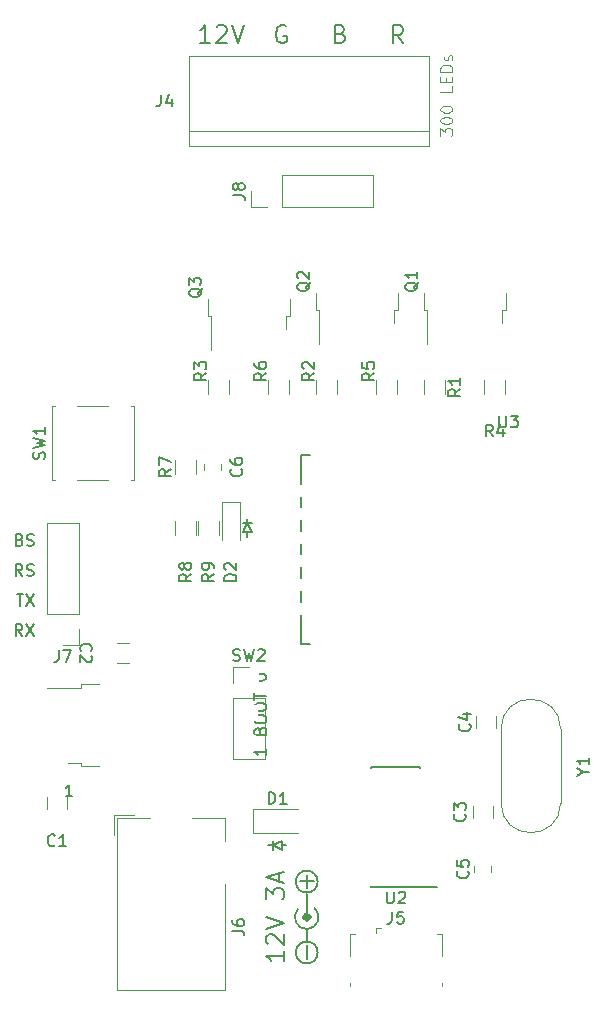
<source format=gto>
%TF.GenerationSoftware,KiCad,Pcbnew,5.0.1*%
%TF.CreationDate,2018-11-26T07:17:36+01:00*%
%TF.ProjectId,leddings,6C656464696E67732E6B696361645F70,rev?*%
%TF.SameCoordinates,Original*%
%TF.FileFunction,Legend,Top*%
%TF.FilePolarity,Positive*%
%FSLAX46Y46*%
G04 Gerber Fmt 4.6, Leading zero omitted, Abs format (unit mm)*
G04 Created by KiCad (PCBNEW 5.0.1) date Mo 26 Nov 2018 07:17:36 CET*
%MOMM*%
%LPD*%
G01*
G04 APERTURE LIST*
%ADD10C,0.200000*%
%ADD11C,0.100000*%
%ADD12C,0.120000*%
%ADD13C,0.150000*%
%ADD14C,0.500000*%
%ADD15C,0.152400*%
%ADD16R,1.300000X1.500000*%
%ADD17C,2.600000*%
%ADD18R,2.600000X2.600000*%
%ADD19R,1.500000X0.600000*%
%ADD20R,1.250000X1.500000*%
%ADD21R,1.500000X1.250000*%
%ADD22R,1.200000X1.900000*%
%ADD23O,1.200000X1.900000*%
%ADD24R,1.500000X1.900000*%
%ADD25C,1.450000*%
%ADD26R,0.400000X1.350000*%
%ADD27C,5.600000*%
%ADD28C,1.500000*%
%ADD29R,1.100000X2.500000*%
%ADD30R,2.500000X1.100000*%
%ADD31O,1.700000X1.700000*%
%ADD32R,1.700000X1.700000*%
%ADD33C,1.150000*%
%ADD34C,1.700000*%
%ADD35R,1.200000X2.200000*%
%ADD36R,5.800000X6.400000*%
%ADD37R,1.300000X1.550000*%
%ADD38R,2.200000X1.200000*%
%ADD39R,6.400000X5.800000*%
%ADD40C,3.000000*%
%ADD41R,3.000000X3.000000*%
%ADD42R,1.100000X1.100000*%
G04 APERTURE END LIST*
D10*
X150312380Y-87335952D02*
X150312380Y-87907380D01*
X150312380Y-87621666D02*
X149312380Y-87621666D01*
X149455238Y-87716904D01*
X149550476Y-87812142D01*
X149598095Y-87907380D01*
X149788571Y-85812142D02*
X149836190Y-85669285D01*
X149883809Y-85621666D01*
X149979047Y-85574047D01*
X150121904Y-85574047D01*
X150217142Y-85621666D01*
X150264761Y-85669285D01*
X150312380Y-85764523D01*
X150312380Y-86145476D01*
X149312380Y-86145476D01*
X149312380Y-85812142D01*
X149360000Y-85716904D01*
X149407619Y-85669285D01*
X149502857Y-85621666D01*
X149598095Y-85621666D01*
X149693333Y-85669285D01*
X149740952Y-85716904D01*
X149788571Y-85812142D01*
X149788571Y-86145476D01*
X149312380Y-84955000D02*
X149312380Y-84764523D01*
X149360000Y-84669285D01*
X149455238Y-84574047D01*
X149645714Y-84526428D01*
X149979047Y-84526428D01*
X150169523Y-84574047D01*
X150264761Y-84669285D01*
X150312380Y-84764523D01*
X150312380Y-84955000D01*
X150264761Y-85050238D01*
X150169523Y-85145476D01*
X149979047Y-85193095D01*
X149645714Y-85193095D01*
X149455238Y-85145476D01*
X149360000Y-85050238D01*
X149312380Y-84955000D01*
X149312380Y-83907380D02*
X149312380Y-83716904D01*
X149360000Y-83621666D01*
X149455238Y-83526428D01*
X149645714Y-83478809D01*
X149979047Y-83478809D01*
X150169523Y-83526428D01*
X150264761Y-83621666D01*
X150312380Y-83716904D01*
X150312380Y-83907380D01*
X150264761Y-84002619D01*
X150169523Y-84097857D01*
X149979047Y-84145476D01*
X149645714Y-84145476D01*
X149455238Y-84097857D01*
X149360000Y-84002619D01*
X149312380Y-83907380D01*
X149312380Y-83193095D02*
X149312380Y-82621666D01*
X150312380Y-82907380D02*
X149312380Y-82907380D01*
X149312380Y-81335952D02*
X149312380Y-81240714D01*
X149360000Y-81145476D01*
X149407619Y-81097857D01*
X149502857Y-81050238D01*
X149693333Y-81002619D01*
X149931428Y-81002619D01*
X150121904Y-81050238D01*
X150217142Y-81097857D01*
X150264761Y-81145476D01*
X150312380Y-81240714D01*
X150312380Y-81335952D01*
X150264761Y-81431190D01*
X150217142Y-81478809D01*
X150121904Y-81526428D01*
X149931428Y-81574047D01*
X149693333Y-81574047D01*
X149502857Y-81526428D01*
X149407619Y-81478809D01*
X149360000Y-81431190D01*
X149312380Y-81335952D01*
X129426047Y-69651571D02*
X129568904Y-69699190D01*
X129616523Y-69746809D01*
X129664142Y-69842047D01*
X129664142Y-69984904D01*
X129616523Y-70080142D01*
X129568904Y-70127761D01*
X129473666Y-70175380D01*
X129092714Y-70175380D01*
X129092714Y-69175380D01*
X129426047Y-69175380D01*
X129521285Y-69223000D01*
X129568904Y-69270619D01*
X129616523Y-69365857D01*
X129616523Y-69461095D01*
X129568904Y-69556333D01*
X129521285Y-69603952D01*
X129426047Y-69651571D01*
X129092714Y-69651571D01*
X130045095Y-70127761D02*
X130187952Y-70175380D01*
X130426047Y-70175380D01*
X130521285Y-70127761D01*
X130568904Y-70080142D01*
X130616523Y-69984904D01*
X130616523Y-69889666D01*
X130568904Y-69794428D01*
X130521285Y-69746809D01*
X130426047Y-69699190D01*
X130235571Y-69651571D01*
X130140333Y-69603952D01*
X130092714Y-69556333D01*
X130045095Y-69461095D01*
X130045095Y-69365857D01*
X130092714Y-69270619D01*
X130140333Y-69223000D01*
X130235571Y-69175380D01*
X130473666Y-69175380D01*
X130616523Y-69223000D01*
X129664142Y-72715380D02*
X129330809Y-72239190D01*
X129092714Y-72715380D02*
X129092714Y-71715380D01*
X129473666Y-71715380D01*
X129568904Y-71763000D01*
X129616523Y-71810619D01*
X129664142Y-71905857D01*
X129664142Y-72048714D01*
X129616523Y-72143952D01*
X129568904Y-72191571D01*
X129473666Y-72239190D01*
X129092714Y-72239190D01*
X130045095Y-72667761D02*
X130187952Y-72715380D01*
X130426047Y-72715380D01*
X130521285Y-72667761D01*
X130568904Y-72620142D01*
X130616523Y-72524904D01*
X130616523Y-72429666D01*
X130568904Y-72334428D01*
X130521285Y-72286809D01*
X130426047Y-72239190D01*
X130235571Y-72191571D01*
X130140333Y-72143952D01*
X130092714Y-72096333D01*
X130045095Y-72001095D01*
X130045095Y-71905857D01*
X130092714Y-71810619D01*
X130140333Y-71763000D01*
X130235571Y-71715380D01*
X130473666Y-71715380D01*
X130616523Y-71763000D01*
X129664142Y-77795380D02*
X129330809Y-77319190D01*
X129092714Y-77795380D02*
X129092714Y-76795380D01*
X129473666Y-76795380D01*
X129568904Y-76843000D01*
X129616523Y-76890619D01*
X129664142Y-76985857D01*
X129664142Y-77128714D01*
X129616523Y-77223952D01*
X129568904Y-77271571D01*
X129473666Y-77319190D01*
X129092714Y-77319190D01*
X129997476Y-76795380D02*
X130664142Y-77795380D01*
X130664142Y-76795380D02*
X129997476Y-77795380D01*
X129187952Y-74255380D02*
X129759380Y-74255380D01*
X129473666Y-75255380D02*
X129473666Y-74255380D01*
X129997476Y-74255380D02*
X130664142Y-75255380D01*
X130664142Y-74255380D02*
X129997476Y-75255380D01*
D11*
X165060380Y-35432571D02*
X165060380Y-34813523D01*
X165441333Y-35146857D01*
X165441333Y-35004000D01*
X165488952Y-34908761D01*
X165536571Y-34861142D01*
X165631809Y-34813523D01*
X165869904Y-34813523D01*
X165965142Y-34861142D01*
X166012761Y-34908761D01*
X166060380Y-35004000D01*
X166060380Y-35289714D01*
X166012761Y-35384952D01*
X165965142Y-35432571D01*
X165060380Y-34194476D02*
X165060380Y-34099238D01*
X165108000Y-34004000D01*
X165155619Y-33956380D01*
X165250857Y-33908761D01*
X165441333Y-33861142D01*
X165679428Y-33861142D01*
X165869904Y-33908761D01*
X165965142Y-33956380D01*
X166012761Y-34004000D01*
X166060380Y-34099238D01*
X166060380Y-34194476D01*
X166012761Y-34289714D01*
X165965142Y-34337333D01*
X165869904Y-34384952D01*
X165679428Y-34432571D01*
X165441333Y-34432571D01*
X165250857Y-34384952D01*
X165155619Y-34337333D01*
X165108000Y-34289714D01*
X165060380Y-34194476D01*
X165060380Y-33242095D02*
X165060380Y-33146857D01*
X165108000Y-33051619D01*
X165155619Y-33004000D01*
X165250857Y-32956380D01*
X165441333Y-32908761D01*
X165679428Y-32908761D01*
X165869904Y-32956380D01*
X165965142Y-33004000D01*
X166012761Y-33051619D01*
X166060380Y-33146857D01*
X166060380Y-33242095D01*
X166012761Y-33337333D01*
X165965142Y-33384952D01*
X165869904Y-33432571D01*
X165679428Y-33480190D01*
X165441333Y-33480190D01*
X165250857Y-33432571D01*
X165155619Y-33384952D01*
X165108000Y-33337333D01*
X165060380Y-33242095D01*
X166060380Y-31242095D02*
X166060380Y-31718285D01*
X165060380Y-31718285D01*
X165536571Y-30908761D02*
X165536571Y-30575428D01*
X166060380Y-30432571D02*
X166060380Y-30908761D01*
X165060380Y-30908761D01*
X165060380Y-30432571D01*
X166060380Y-30004000D02*
X165060380Y-30004000D01*
X165060380Y-29765904D01*
X165108000Y-29623047D01*
X165203238Y-29527809D01*
X165298476Y-29480190D01*
X165488952Y-29432571D01*
X165631809Y-29432571D01*
X165822285Y-29480190D01*
X165917523Y-29527809D01*
X166012761Y-29623047D01*
X166060380Y-29765904D01*
X166060380Y-30004000D01*
X166012761Y-29051619D02*
X166060380Y-28956380D01*
X166060380Y-28765904D01*
X166012761Y-28670666D01*
X165917523Y-28623047D01*
X165869904Y-28623047D01*
X165774666Y-28670666D01*
X165727047Y-28765904D01*
X165727047Y-28908761D01*
X165679428Y-29004000D01*
X165584190Y-29051619D01*
X165536571Y-29051619D01*
X165441333Y-29004000D01*
X165393714Y-28908761D01*
X165393714Y-28765904D01*
X165441333Y-28670666D01*
D10*
X153751742Y-105143228D02*
X153751742Y-104000371D01*
X153174771Y-98582942D02*
X154317628Y-98582942D01*
X153746200Y-99154371D02*
X153746200Y-98011514D01*
X151808571Y-104457142D02*
X151808571Y-105314285D01*
X151808571Y-104885714D02*
X150308571Y-104885714D01*
X150522857Y-105028571D01*
X150665714Y-105171428D01*
X150737142Y-105314285D01*
X150451428Y-103885714D02*
X150380000Y-103814285D01*
X150308571Y-103671428D01*
X150308571Y-103314285D01*
X150380000Y-103171428D01*
X150451428Y-103100000D01*
X150594285Y-103028571D01*
X150737142Y-103028571D01*
X150951428Y-103100000D01*
X151808571Y-103957142D01*
X151808571Y-103028571D01*
X150308571Y-102600000D02*
X151808571Y-102100000D01*
X150308571Y-101600000D01*
X150308571Y-100100000D02*
X150308571Y-99171428D01*
X150880000Y-99671428D01*
X150880000Y-99457142D01*
X150951428Y-99314285D01*
X151022857Y-99242857D01*
X151165714Y-99171428D01*
X151522857Y-99171428D01*
X151665714Y-99242857D01*
X151737142Y-99314285D01*
X151808571Y-99457142D01*
X151808571Y-99885714D01*
X151737142Y-100028571D01*
X151665714Y-100100000D01*
X151380000Y-98600000D02*
X151380000Y-97885714D01*
X151808571Y-98742857D02*
X150308571Y-98242857D01*
X151808571Y-97742857D01*
X145544857Y-27602571D02*
X144687714Y-27602571D01*
X145116285Y-27602571D02*
X145116285Y-26102571D01*
X144973428Y-26316857D01*
X144830571Y-26459714D01*
X144687714Y-26531142D01*
X146116285Y-26245428D02*
X146187714Y-26174000D01*
X146330571Y-26102571D01*
X146687714Y-26102571D01*
X146830571Y-26174000D01*
X146902000Y-26245428D01*
X146973428Y-26388285D01*
X146973428Y-26531142D01*
X146902000Y-26745428D01*
X146044857Y-27602571D01*
X146973428Y-27602571D01*
X147402000Y-26102571D02*
X147902000Y-27602571D01*
X148402000Y-26102571D01*
X151973428Y-26174000D02*
X151830571Y-26102571D01*
X151616285Y-26102571D01*
X151402000Y-26174000D01*
X151259142Y-26316857D01*
X151187714Y-26459714D01*
X151116285Y-26745428D01*
X151116285Y-26959714D01*
X151187714Y-27245428D01*
X151259142Y-27388285D01*
X151402000Y-27531142D01*
X151616285Y-27602571D01*
X151759142Y-27602571D01*
X151973428Y-27531142D01*
X152044857Y-27459714D01*
X152044857Y-26959714D01*
X151759142Y-26959714D01*
X156616285Y-26816857D02*
X156830571Y-26888285D01*
X156902000Y-26959714D01*
X156973428Y-27102571D01*
X156973428Y-27316857D01*
X156902000Y-27459714D01*
X156830571Y-27531142D01*
X156687714Y-27602571D01*
X156116285Y-27602571D01*
X156116285Y-26102571D01*
X156616285Y-26102571D01*
X156759142Y-26174000D01*
X156830571Y-26245428D01*
X156902000Y-26388285D01*
X156902000Y-26531142D01*
X156830571Y-26674000D01*
X156759142Y-26745428D01*
X156616285Y-26816857D01*
X156116285Y-26816857D01*
X161902000Y-27602571D02*
X161402000Y-26888285D01*
X161044857Y-27602571D02*
X161044857Y-26102571D01*
X161616285Y-26102571D01*
X161759142Y-26174000D01*
X161830571Y-26245428D01*
X161902000Y-26388285D01*
X161902000Y-26602571D01*
X161830571Y-26745428D01*
X161759142Y-26816857D01*
X161616285Y-26888285D01*
X161044857Y-26888285D01*
D12*
X145424000Y-57322000D02*
X145424000Y-56122000D01*
X147184000Y-56122000D02*
X147184000Y-57322000D01*
X137400000Y-92940000D02*
X139140000Y-92940000D01*
X137400000Y-94680000D02*
X137400000Y-92940000D01*
X146840000Y-93180000D02*
X146840000Y-95180000D01*
X144040000Y-93180000D02*
X146840000Y-93180000D01*
X137640000Y-93180000D02*
X140440000Y-93180000D01*
X137640000Y-107780000D02*
X137640000Y-93180000D01*
X146840000Y-107780000D02*
X137640000Y-107780000D01*
X146840000Y-98780000D02*
X146840000Y-107780000D01*
D13*
X163365000Y-99030000D02*
X164740000Y-99030000D01*
X163365000Y-88905000D02*
X159215000Y-88905000D01*
X163365000Y-99055000D02*
X159215000Y-99055000D01*
X163365000Y-88905000D02*
X163365000Y-89010000D01*
X159215000Y-88905000D02*
X159215000Y-89010000D01*
X159215000Y-99055000D02*
X159215000Y-98950000D01*
X163365000Y-99055000D02*
X163365000Y-99030000D01*
D12*
X133438000Y-92448000D02*
X133438000Y-91448000D01*
X131738000Y-91448000D02*
X131738000Y-92448000D01*
X138676000Y-78398000D02*
X137676000Y-78398000D01*
X137676000Y-80098000D02*
X138676000Y-80098000D01*
X169506000Y-93210000D02*
X169506000Y-92210000D01*
X167806000Y-92210000D02*
X167806000Y-93210000D01*
X169760000Y-85590000D02*
X169760000Y-84590000D01*
X168060000Y-84590000D02*
X168060000Y-85590000D01*
X159590000Y-102495000D02*
X159590000Y-102945000D01*
X159590000Y-102495000D02*
X160040000Y-102495000D01*
X165190000Y-103045000D02*
X164740000Y-103045000D01*
X165190000Y-104895000D02*
X165190000Y-103045000D01*
X157390000Y-107445000D02*
X157390000Y-107195000D01*
X165190000Y-107445000D02*
X165190000Y-107195000D01*
X157390000Y-104895000D02*
X157390000Y-103045000D01*
X157390000Y-103045000D02*
X157840000Y-103045000D01*
X163712000Y-57322000D02*
X163712000Y-56122000D01*
X165472000Y-56122000D02*
X165472000Y-57322000D01*
X154568000Y-57322000D02*
X154568000Y-56122000D01*
X156328000Y-56122000D02*
X156328000Y-57322000D01*
X168792000Y-57322000D02*
X168792000Y-56122000D01*
X170552000Y-56122000D02*
X170552000Y-57322000D01*
X159648000Y-57322000D02*
X159648000Y-56122000D01*
X161408000Y-56122000D02*
X161408000Y-57322000D01*
X150504000Y-57322000D02*
X150504000Y-56122000D01*
X152264000Y-56122000D02*
X152264000Y-57322000D01*
X144390000Y-62900000D02*
X144390000Y-64100000D01*
X142630000Y-64100000D02*
X142630000Y-62900000D01*
X144390000Y-68060000D02*
X144390000Y-69260000D01*
X142630000Y-69260000D02*
X142630000Y-68060000D01*
X175245000Y-85675000D02*
G75*
G03X170195000Y-85675000I-2525000J0D01*
G01*
X175245000Y-91925000D02*
G75*
G02X170195000Y-91925000I-2525000J0D01*
G01*
X175245000Y-91925000D02*
X175245000Y-85675000D01*
X170195000Y-91925000D02*
X170195000Y-85675000D01*
D13*
X153745000Y-101600000D02*
X153745000Y-99600000D01*
X153745000Y-103600000D02*
X153745000Y-102700000D01*
X154670000Y-104600000D02*
G75*
G03X154670000Y-104600000I-925000J0D01*
G01*
X154670000Y-98600000D02*
G75*
G03X154670000Y-98600000I-925000J0D01*
G01*
D14*
X153920000Y-101600000D02*
G75*
G03X153920000Y-101600000I-175000J0D01*
G01*
D13*
X152995000Y-100925000D02*
G75*
G03X154420000Y-100850000I750000J-675000D01*
G01*
D15*
X154051000Y-62484000D02*
X153289000Y-62484000D01*
X153289000Y-62484000D02*
X153289000Y-78486000D01*
X153289000Y-78486000D02*
X154051000Y-78486000D01*
D12*
X134426000Y-78546000D02*
X133096000Y-78546000D01*
X134426000Y-77216000D02*
X134426000Y-78546000D01*
X134426000Y-75946000D02*
X131766000Y-75946000D01*
X131766000Y-75946000D02*
X131766000Y-68266000D01*
X134426000Y-75946000D02*
X134426000Y-68266000D01*
X134426000Y-68266000D02*
X131766000Y-68266000D01*
X147514000Y-80458000D02*
X148844000Y-80458000D01*
X147514000Y-81788000D02*
X147514000Y-80458000D01*
X147514000Y-83058000D02*
X150174000Y-83058000D01*
X150174000Y-83058000D02*
X150174000Y-88198000D01*
X147514000Y-83058000D02*
X147514000Y-88198000D01*
X147514000Y-88198000D02*
X150174000Y-88198000D01*
X148070000Y-66460000D02*
X146570000Y-66460000D01*
X148070000Y-66460000D02*
X148070000Y-69660000D01*
X146570000Y-69660000D02*
X146570000Y-66460000D01*
X146295000Y-68060000D02*
X146295000Y-69260000D01*
X144535000Y-69260000D02*
X144535000Y-68060000D01*
D13*
X148717000Y-69024500D02*
X148717000Y-69405500D01*
X148717000Y-68262500D02*
X148717000Y-67881500D01*
X148336000Y-68262500D02*
X149098000Y-68262500D01*
X148717000Y-68262500D02*
X149098000Y-69024500D01*
X148336000Y-69024500D02*
X148717000Y-68262500D01*
X149098000Y-69024500D02*
X148336000Y-69024500D01*
X148336000Y-69024500D02*
X149098000Y-69024500D01*
X151638000Y-95504000D02*
X152019000Y-95504000D01*
X150876000Y-95504000D02*
X150495000Y-95504000D01*
X150876000Y-95885000D02*
X150876000Y-95123000D01*
X150876000Y-95504000D02*
X151638000Y-95123000D01*
X151638000Y-95885000D02*
X150876000Y-95504000D01*
X151638000Y-95123000D02*
X151638000Y-95885000D01*
X151638000Y-95885000D02*
X151638000Y-95123000D01*
D12*
X167946000Y-97797252D02*
X167946000Y-97274748D01*
X169366000Y-97797252D02*
X169366000Y-97274748D01*
X159318000Y-41462000D02*
X159318000Y-38802000D01*
X151638000Y-41462000D02*
X159318000Y-41462000D01*
X151638000Y-38802000D02*
X159318000Y-38802000D01*
X151638000Y-41462000D02*
X151638000Y-38802000D01*
X150368000Y-41462000D02*
X149038000Y-41462000D01*
X149038000Y-41462000D02*
X149038000Y-40132000D01*
X163682000Y-48722000D02*
X163682000Y-50222000D01*
X163682000Y-50222000D02*
X163952000Y-50222000D01*
X163952000Y-50222000D02*
X163952000Y-53052000D01*
X170582000Y-48722000D02*
X170582000Y-50222000D01*
X170582000Y-50222000D02*
X170312000Y-50222000D01*
X170312000Y-50222000D02*
X170312000Y-51322000D01*
X161168000Y-50222000D02*
X161168000Y-51322000D01*
X161438000Y-50222000D02*
X161168000Y-50222000D01*
X161438000Y-48722000D02*
X161438000Y-50222000D01*
X154808000Y-50222000D02*
X154808000Y-53052000D01*
X154538000Y-50222000D02*
X154808000Y-50222000D01*
X154538000Y-48722000D02*
X154538000Y-50222000D01*
X152024000Y-50730000D02*
X152024000Y-51830000D01*
X152294000Y-50730000D02*
X152024000Y-50730000D01*
X152294000Y-49230000D02*
X152294000Y-50730000D01*
X145664000Y-50730000D02*
X145664000Y-53560000D01*
X145394000Y-50730000D02*
X145664000Y-50730000D01*
X145394000Y-49230000D02*
X145394000Y-50730000D01*
X132436000Y-64618000D02*
X132186000Y-64618000D01*
X132186000Y-64618000D02*
X132186000Y-58318000D01*
X132186000Y-58318000D02*
X132436000Y-58318000D01*
X136936000Y-64618000D02*
X134336000Y-64618000D01*
X138836000Y-58318000D02*
X139086000Y-58318000D01*
X139086000Y-58318000D02*
X139086000Y-64618000D01*
X139086000Y-64618000D02*
X138836000Y-64618000D01*
X134336000Y-58318000D02*
X136936000Y-58318000D01*
X136122000Y-81894000D02*
X134622000Y-81894000D01*
X134622000Y-81894000D02*
X134622000Y-82164000D01*
X134622000Y-82164000D02*
X131792000Y-82164000D01*
X136122000Y-88794000D02*
X134622000Y-88794000D01*
X134622000Y-88794000D02*
X134622000Y-88524000D01*
X134622000Y-88524000D02*
X133522000Y-88524000D01*
X145086000Y-63761252D02*
X145086000Y-63238748D01*
X146506000Y-63761252D02*
X146506000Y-63238748D01*
X143764000Y-28702000D02*
X143764000Y-36322000D01*
X164084000Y-36322000D02*
X164084000Y-28702000D01*
X164084000Y-35052000D02*
X143764000Y-35052000D01*
X143764000Y-28702000D02*
X164084000Y-28702000D01*
X143764000Y-36322000D02*
X164084000Y-36322000D01*
X149184000Y-92472000D02*
X149184000Y-94472000D01*
X149184000Y-94472000D02*
X153034000Y-94472000D01*
X149184000Y-92472000D02*
X153034000Y-92472000D01*
D13*
X145232380Y-55538666D02*
X144756190Y-55872000D01*
X145232380Y-56110095D02*
X144232380Y-56110095D01*
X144232380Y-55729142D01*
X144280000Y-55633904D01*
X144327619Y-55586285D01*
X144422857Y-55538666D01*
X144565714Y-55538666D01*
X144660952Y-55586285D01*
X144708571Y-55633904D01*
X144756190Y-55729142D01*
X144756190Y-56110095D01*
X144232380Y-55205333D02*
X144232380Y-54586285D01*
X144613333Y-54919619D01*
X144613333Y-54776761D01*
X144660952Y-54681523D01*
X144708571Y-54633904D01*
X144803809Y-54586285D01*
X145041904Y-54586285D01*
X145137142Y-54633904D01*
X145184761Y-54681523D01*
X145232380Y-54776761D01*
X145232380Y-55062476D01*
X145184761Y-55157714D01*
X145137142Y-55205333D01*
X147442380Y-102763333D02*
X148156666Y-102763333D01*
X148299523Y-102810952D01*
X148394761Y-102906190D01*
X148442380Y-103049047D01*
X148442380Y-103144285D01*
X147442380Y-101858571D02*
X147442380Y-102049047D01*
X147490000Y-102144285D01*
X147537619Y-102191904D01*
X147680476Y-102287142D01*
X147870952Y-102334761D01*
X148251904Y-102334761D01*
X148347142Y-102287142D01*
X148394761Y-102239523D01*
X148442380Y-102144285D01*
X148442380Y-101953809D01*
X148394761Y-101858571D01*
X148347142Y-101810952D01*
X148251904Y-101763333D01*
X148013809Y-101763333D01*
X147918571Y-101810952D01*
X147870952Y-101858571D01*
X147823333Y-101953809D01*
X147823333Y-102144285D01*
X147870952Y-102239523D01*
X147918571Y-102287142D01*
X148013809Y-102334761D01*
X160528095Y-99432380D02*
X160528095Y-100241904D01*
X160575714Y-100337142D01*
X160623333Y-100384761D01*
X160718571Y-100432380D01*
X160909047Y-100432380D01*
X161004285Y-100384761D01*
X161051904Y-100337142D01*
X161099523Y-100241904D01*
X161099523Y-99432380D01*
X161528095Y-99527619D02*
X161575714Y-99480000D01*
X161670952Y-99432380D01*
X161909047Y-99432380D01*
X162004285Y-99480000D01*
X162051904Y-99527619D01*
X162099523Y-99622857D01*
X162099523Y-99718095D01*
X162051904Y-99860952D01*
X161480476Y-100432380D01*
X162099523Y-100432380D01*
X132421333Y-95500142D02*
X132373714Y-95547761D01*
X132230857Y-95595380D01*
X132135619Y-95595380D01*
X131992761Y-95547761D01*
X131897523Y-95452523D01*
X131849904Y-95357285D01*
X131802285Y-95166809D01*
X131802285Y-95023952D01*
X131849904Y-94833476D01*
X131897523Y-94738238D01*
X131992761Y-94643000D01*
X132135619Y-94595380D01*
X132230857Y-94595380D01*
X132373714Y-94643000D01*
X132421333Y-94690619D01*
X133373714Y-95595380D02*
X132802285Y-95595380D01*
X133088000Y-95595380D02*
X133088000Y-94595380D01*
X132992761Y-94738238D01*
X132897523Y-94833476D01*
X132802285Y-94881095D01*
X134663857Y-79081333D02*
X134616238Y-79033714D01*
X134568619Y-78890857D01*
X134568619Y-78795619D01*
X134616238Y-78652761D01*
X134711476Y-78557523D01*
X134806714Y-78509904D01*
X134997190Y-78462285D01*
X135140047Y-78462285D01*
X135330523Y-78509904D01*
X135425761Y-78557523D01*
X135521000Y-78652761D01*
X135568619Y-78795619D01*
X135568619Y-78890857D01*
X135521000Y-79033714D01*
X135473380Y-79081333D01*
X135473380Y-79462285D02*
X135521000Y-79509904D01*
X135568619Y-79605142D01*
X135568619Y-79843238D01*
X135521000Y-79938476D01*
X135473380Y-79986095D01*
X135378142Y-80033714D01*
X135282904Y-80033714D01*
X135140047Y-79986095D01*
X134568619Y-79414666D01*
X134568619Y-80033714D01*
X167108142Y-92876666D02*
X167155761Y-92924285D01*
X167203380Y-93067142D01*
X167203380Y-93162380D01*
X167155761Y-93305238D01*
X167060523Y-93400476D01*
X166965285Y-93448095D01*
X166774809Y-93495714D01*
X166631952Y-93495714D01*
X166441476Y-93448095D01*
X166346238Y-93400476D01*
X166251000Y-93305238D01*
X166203380Y-93162380D01*
X166203380Y-93067142D01*
X166251000Y-92924285D01*
X166298619Y-92876666D01*
X166203380Y-92543333D02*
X166203380Y-91924285D01*
X166584333Y-92257619D01*
X166584333Y-92114761D01*
X166631952Y-92019523D01*
X166679571Y-91971904D01*
X166774809Y-91924285D01*
X167012904Y-91924285D01*
X167108142Y-91971904D01*
X167155761Y-92019523D01*
X167203380Y-92114761D01*
X167203380Y-92400476D01*
X167155761Y-92495714D01*
X167108142Y-92543333D01*
X167517142Y-85256666D02*
X167564761Y-85304285D01*
X167612380Y-85447142D01*
X167612380Y-85542380D01*
X167564761Y-85685238D01*
X167469523Y-85780476D01*
X167374285Y-85828095D01*
X167183809Y-85875714D01*
X167040952Y-85875714D01*
X166850476Y-85828095D01*
X166755238Y-85780476D01*
X166660000Y-85685238D01*
X166612380Y-85542380D01*
X166612380Y-85447142D01*
X166660000Y-85304285D01*
X166707619Y-85256666D01*
X166945714Y-84399523D02*
X167612380Y-84399523D01*
X166564761Y-84637619D02*
X167279047Y-84875714D01*
X167279047Y-84256666D01*
X160956666Y-101147380D02*
X160956666Y-101861666D01*
X160909047Y-102004523D01*
X160813809Y-102099761D01*
X160670952Y-102147380D01*
X160575714Y-102147380D01*
X161909047Y-101147380D02*
X161432857Y-101147380D01*
X161385238Y-101623571D01*
X161432857Y-101575952D01*
X161528095Y-101528333D01*
X161766190Y-101528333D01*
X161861428Y-101575952D01*
X161909047Y-101623571D01*
X161956666Y-101718809D01*
X161956666Y-101956904D01*
X161909047Y-102052142D01*
X161861428Y-102099761D01*
X161766190Y-102147380D01*
X161528095Y-102147380D01*
X161432857Y-102099761D01*
X161385238Y-102052142D01*
X166744380Y-56888666D02*
X166268190Y-57222000D01*
X166744380Y-57460095D02*
X165744380Y-57460095D01*
X165744380Y-57079142D01*
X165792000Y-56983904D01*
X165839619Y-56936285D01*
X165934857Y-56888666D01*
X166077714Y-56888666D01*
X166172952Y-56936285D01*
X166220571Y-56983904D01*
X166268190Y-57079142D01*
X166268190Y-57460095D01*
X166744380Y-55936285D02*
X166744380Y-56507714D01*
X166744380Y-56222000D02*
X165744380Y-56222000D01*
X165887238Y-56317238D01*
X165982476Y-56412476D01*
X166030095Y-56507714D01*
X154376380Y-55538666D02*
X153900190Y-55872000D01*
X154376380Y-56110095D02*
X153376380Y-56110095D01*
X153376380Y-55729142D01*
X153424000Y-55633904D01*
X153471619Y-55586285D01*
X153566857Y-55538666D01*
X153709714Y-55538666D01*
X153804952Y-55586285D01*
X153852571Y-55633904D01*
X153900190Y-55729142D01*
X153900190Y-56110095D01*
X153471619Y-55157714D02*
X153424000Y-55110095D01*
X153376380Y-55014857D01*
X153376380Y-54776761D01*
X153424000Y-54681523D01*
X153471619Y-54633904D01*
X153566857Y-54586285D01*
X153662095Y-54586285D01*
X153804952Y-54633904D01*
X154376380Y-55205333D01*
X154376380Y-54586285D01*
X169505333Y-60904380D02*
X169172000Y-60428190D01*
X168933904Y-60904380D02*
X168933904Y-59904380D01*
X169314857Y-59904380D01*
X169410095Y-59952000D01*
X169457714Y-59999619D01*
X169505333Y-60094857D01*
X169505333Y-60237714D01*
X169457714Y-60332952D01*
X169410095Y-60380571D01*
X169314857Y-60428190D01*
X168933904Y-60428190D01*
X170362476Y-60237714D02*
X170362476Y-60904380D01*
X170124380Y-59856761D02*
X169886285Y-60571047D01*
X170505333Y-60571047D01*
X159456380Y-55538666D02*
X158980190Y-55872000D01*
X159456380Y-56110095D02*
X158456380Y-56110095D01*
X158456380Y-55729142D01*
X158504000Y-55633904D01*
X158551619Y-55586285D01*
X158646857Y-55538666D01*
X158789714Y-55538666D01*
X158884952Y-55586285D01*
X158932571Y-55633904D01*
X158980190Y-55729142D01*
X158980190Y-56110095D01*
X158456380Y-54633904D02*
X158456380Y-55110095D01*
X158932571Y-55157714D01*
X158884952Y-55110095D01*
X158837333Y-55014857D01*
X158837333Y-54776761D01*
X158884952Y-54681523D01*
X158932571Y-54633904D01*
X159027809Y-54586285D01*
X159265904Y-54586285D01*
X159361142Y-54633904D01*
X159408761Y-54681523D01*
X159456380Y-54776761D01*
X159456380Y-55014857D01*
X159408761Y-55110095D01*
X159361142Y-55157714D01*
X150312380Y-55538666D02*
X149836190Y-55872000D01*
X150312380Y-56110095D02*
X149312380Y-56110095D01*
X149312380Y-55729142D01*
X149360000Y-55633904D01*
X149407619Y-55586285D01*
X149502857Y-55538666D01*
X149645714Y-55538666D01*
X149740952Y-55586285D01*
X149788571Y-55633904D01*
X149836190Y-55729142D01*
X149836190Y-56110095D01*
X149312380Y-54681523D02*
X149312380Y-54872000D01*
X149360000Y-54967238D01*
X149407619Y-55014857D01*
X149550476Y-55110095D01*
X149740952Y-55157714D01*
X150121904Y-55157714D01*
X150217142Y-55110095D01*
X150264761Y-55062476D01*
X150312380Y-54967238D01*
X150312380Y-54776761D01*
X150264761Y-54681523D01*
X150217142Y-54633904D01*
X150121904Y-54586285D01*
X149883809Y-54586285D01*
X149788571Y-54633904D01*
X149740952Y-54681523D01*
X149693333Y-54776761D01*
X149693333Y-54967238D01*
X149740952Y-55062476D01*
X149788571Y-55110095D01*
X149883809Y-55157714D01*
X142262380Y-63666666D02*
X141786190Y-64000000D01*
X142262380Y-64238095D02*
X141262380Y-64238095D01*
X141262380Y-63857142D01*
X141310000Y-63761904D01*
X141357619Y-63714285D01*
X141452857Y-63666666D01*
X141595714Y-63666666D01*
X141690952Y-63714285D01*
X141738571Y-63761904D01*
X141786190Y-63857142D01*
X141786190Y-64238095D01*
X141262380Y-63333333D02*
X141262380Y-62666666D01*
X142262380Y-63095238D01*
X143962380Y-72556666D02*
X143486190Y-72890000D01*
X143962380Y-73128095D02*
X142962380Y-73128095D01*
X142962380Y-72747142D01*
X143010000Y-72651904D01*
X143057619Y-72604285D01*
X143152857Y-72556666D01*
X143295714Y-72556666D01*
X143390952Y-72604285D01*
X143438571Y-72651904D01*
X143486190Y-72747142D01*
X143486190Y-73128095D01*
X143390952Y-71985238D02*
X143343333Y-72080476D01*
X143295714Y-72128095D01*
X143200476Y-72175714D01*
X143152857Y-72175714D01*
X143057619Y-72128095D01*
X143010000Y-72080476D01*
X142962380Y-71985238D01*
X142962380Y-71794761D01*
X143010000Y-71699523D01*
X143057619Y-71651904D01*
X143152857Y-71604285D01*
X143200476Y-71604285D01*
X143295714Y-71651904D01*
X143343333Y-71699523D01*
X143390952Y-71794761D01*
X143390952Y-71985238D01*
X143438571Y-72080476D01*
X143486190Y-72128095D01*
X143581428Y-72175714D01*
X143771904Y-72175714D01*
X143867142Y-72128095D01*
X143914761Y-72080476D01*
X143962380Y-71985238D01*
X143962380Y-71794761D01*
X143914761Y-71699523D01*
X143867142Y-71651904D01*
X143771904Y-71604285D01*
X143581428Y-71604285D01*
X143486190Y-71651904D01*
X143438571Y-71699523D01*
X143390952Y-71794761D01*
X177141190Y-89276190D02*
X177617380Y-89276190D01*
X176617380Y-89609523D02*
X177141190Y-89276190D01*
X176617380Y-88942857D01*
X177617380Y-88085714D02*
X177617380Y-88657142D01*
X177617380Y-88371428D02*
X176617380Y-88371428D01*
X176760238Y-88466666D01*
X176855476Y-88561904D01*
X176903095Y-88657142D01*
X170053095Y-59142380D02*
X170053095Y-59951904D01*
X170100714Y-60047142D01*
X170148333Y-60094761D01*
X170243571Y-60142380D01*
X170434047Y-60142380D01*
X170529285Y-60094761D01*
X170576904Y-60047142D01*
X170624523Y-59951904D01*
X170624523Y-59142380D01*
X171005476Y-59142380D02*
X171624523Y-59142380D01*
X171291190Y-59523333D01*
X171434047Y-59523333D01*
X171529285Y-59570952D01*
X171576904Y-59618571D01*
X171624523Y-59713809D01*
X171624523Y-59951904D01*
X171576904Y-60047142D01*
X171529285Y-60094761D01*
X171434047Y-60142380D01*
X171148333Y-60142380D01*
X171053095Y-60094761D01*
X171005476Y-60047142D01*
X132762666Y-78998380D02*
X132762666Y-79712666D01*
X132715047Y-79855523D01*
X132619809Y-79950761D01*
X132476952Y-79998380D01*
X132381714Y-79998380D01*
X133143619Y-78998380D02*
X133810285Y-78998380D01*
X133381714Y-79998380D01*
X147510666Y-79862761D02*
X147653523Y-79910380D01*
X147891619Y-79910380D01*
X147986857Y-79862761D01*
X148034476Y-79815142D01*
X148082095Y-79719904D01*
X148082095Y-79624666D01*
X148034476Y-79529428D01*
X147986857Y-79481809D01*
X147891619Y-79434190D01*
X147701142Y-79386571D01*
X147605904Y-79338952D01*
X147558285Y-79291333D01*
X147510666Y-79196095D01*
X147510666Y-79100857D01*
X147558285Y-79005619D01*
X147605904Y-78958000D01*
X147701142Y-78910380D01*
X147939238Y-78910380D01*
X148082095Y-78958000D01*
X148415428Y-78910380D02*
X148653523Y-79910380D01*
X148844000Y-79196095D01*
X149034476Y-79910380D01*
X149272571Y-78910380D01*
X149605904Y-79005619D02*
X149653523Y-78958000D01*
X149748761Y-78910380D01*
X149986857Y-78910380D01*
X150082095Y-78958000D01*
X150129714Y-79005619D01*
X150177333Y-79100857D01*
X150177333Y-79196095D01*
X150129714Y-79338952D01*
X149558285Y-79910380D01*
X150177333Y-79910380D01*
X147772380Y-73128095D02*
X146772380Y-73128095D01*
X146772380Y-72890000D01*
X146820000Y-72747142D01*
X146915238Y-72651904D01*
X147010476Y-72604285D01*
X147200952Y-72556666D01*
X147343809Y-72556666D01*
X147534285Y-72604285D01*
X147629523Y-72651904D01*
X147724761Y-72747142D01*
X147772380Y-72890000D01*
X147772380Y-73128095D01*
X146867619Y-72175714D02*
X146820000Y-72128095D01*
X146772380Y-72032857D01*
X146772380Y-71794761D01*
X146820000Y-71699523D01*
X146867619Y-71651904D01*
X146962857Y-71604285D01*
X147058095Y-71604285D01*
X147200952Y-71651904D01*
X147772380Y-72223333D01*
X147772380Y-71604285D01*
X145867380Y-72556666D02*
X145391190Y-72890000D01*
X145867380Y-73128095D02*
X144867380Y-73128095D01*
X144867380Y-72747142D01*
X144915000Y-72651904D01*
X144962619Y-72604285D01*
X145057857Y-72556666D01*
X145200714Y-72556666D01*
X145295952Y-72604285D01*
X145343571Y-72651904D01*
X145391190Y-72747142D01*
X145391190Y-73128095D01*
X145867380Y-72080476D02*
X145867380Y-71890000D01*
X145819761Y-71794761D01*
X145772142Y-71747142D01*
X145629285Y-71651904D01*
X145438809Y-71604285D01*
X145057857Y-71604285D01*
X144962619Y-71651904D01*
X144915000Y-71699523D01*
X144867380Y-71794761D01*
X144867380Y-71985238D01*
X144915000Y-72080476D01*
X144962619Y-72128095D01*
X145057857Y-72175714D01*
X145295952Y-72175714D01*
X145391190Y-72128095D01*
X145438809Y-72080476D01*
X145486428Y-71985238D01*
X145486428Y-71794761D01*
X145438809Y-71699523D01*
X145391190Y-71651904D01*
X145295952Y-71604285D01*
X167363142Y-97702666D02*
X167410761Y-97750285D01*
X167458380Y-97893142D01*
X167458380Y-97988380D01*
X167410761Y-98131238D01*
X167315523Y-98226476D01*
X167220285Y-98274095D01*
X167029809Y-98321714D01*
X166886952Y-98321714D01*
X166696476Y-98274095D01*
X166601238Y-98226476D01*
X166506000Y-98131238D01*
X166458380Y-97988380D01*
X166458380Y-97893142D01*
X166506000Y-97750285D01*
X166553619Y-97702666D01*
X166458380Y-96797904D02*
X166458380Y-97274095D01*
X166934571Y-97321714D01*
X166886952Y-97274095D01*
X166839333Y-97178857D01*
X166839333Y-96940761D01*
X166886952Y-96845523D01*
X166934571Y-96797904D01*
X167029809Y-96750285D01*
X167267904Y-96750285D01*
X167363142Y-96797904D01*
X167410761Y-96845523D01*
X167458380Y-96940761D01*
X167458380Y-97178857D01*
X167410761Y-97274095D01*
X167363142Y-97321714D01*
X147490380Y-40465333D02*
X148204666Y-40465333D01*
X148347523Y-40512952D01*
X148442761Y-40608190D01*
X148490380Y-40751047D01*
X148490380Y-40846285D01*
X147918952Y-39846285D02*
X147871333Y-39941523D01*
X147823714Y-39989142D01*
X147728476Y-40036761D01*
X147680857Y-40036761D01*
X147585619Y-39989142D01*
X147538000Y-39941523D01*
X147490380Y-39846285D01*
X147490380Y-39655809D01*
X147538000Y-39560571D01*
X147585619Y-39512952D01*
X147680857Y-39465333D01*
X147728476Y-39465333D01*
X147823714Y-39512952D01*
X147871333Y-39560571D01*
X147918952Y-39655809D01*
X147918952Y-39846285D01*
X147966571Y-39941523D01*
X148014190Y-39989142D01*
X148109428Y-40036761D01*
X148299904Y-40036761D01*
X148395142Y-39989142D01*
X148442761Y-39941523D01*
X148490380Y-39846285D01*
X148490380Y-39655809D01*
X148442761Y-39560571D01*
X148395142Y-39512952D01*
X148299904Y-39465333D01*
X148109428Y-39465333D01*
X148014190Y-39512952D01*
X147966571Y-39560571D01*
X147918952Y-39655809D01*
X163179619Y-47847238D02*
X163132000Y-47942476D01*
X163036761Y-48037714D01*
X162893904Y-48180571D01*
X162846285Y-48275809D01*
X162846285Y-48371047D01*
X163084380Y-48323428D02*
X163036761Y-48418666D01*
X162941523Y-48513904D01*
X162751047Y-48561523D01*
X162417714Y-48561523D01*
X162227238Y-48513904D01*
X162132000Y-48418666D01*
X162084380Y-48323428D01*
X162084380Y-48132952D01*
X162132000Y-48037714D01*
X162227238Y-47942476D01*
X162417714Y-47894857D01*
X162751047Y-47894857D01*
X162941523Y-47942476D01*
X163036761Y-48037714D01*
X163084380Y-48132952D01*
X163084380Y-48323428D01*
X163084380Y-46942476D02*
X163084380Y-47513904D01*
X163084380Y-47228190D02*
X162084380Y-47228190D01*
X162227238Y-47323428D01*
X162322476Y-47418666D01*
X162370095Y-47513904D01*
X154035619Y-47847238D02*
X153988000Y-47942476D01*
X153892761Y-48037714D01*
X153749904Y-48180571D01*
X153702285Y-48275809D01*
X153702285Y-48371047D01*
X153940380Y-48323428D02*
X153892761Y-48418666D01*
X153797523Y-48513904D01*
X153607047Y-48561523D01*
X153273714Y-48561523D01*
X153083238Y-48513904D01*
X152988000Y-48418666D01*
X152940380Y-48323428D01*
X152940380Y-48132952D01*
X152988000Y-48037714D01*
X153083238Y-47942476D01*
X153273714Y-47894857D01*
X153607047Y-47894857D01*
X153797523Y-47942476D01*
X153892761Y-48037714D01*
X153940380Y-48132952D01*
X153940380Y-48323428D01*
X153035619Y-47513904D02*
X152988000Y-47466285D01*
X152940380Y-47371047D01*
X152940380Y-47132952D01*
X152988000Y-47037714D01*
X153035619Y-46990095D01*
X153130857Y-46942476D01*
X153226095Y-46942476D01*
X153368952Y-46990095D01*
X153940380Y-47561523D01*
X153940380Y-46942476D01*
X144891619Y-48355238D02*
X144844000Y-48450476D01*
X144748761Y-48545714D01*
X144605904Y-48688571D01*
X144558285Y-48783809D01*
X144558285Y-48879047D01*
X144796380Y-48831428D02*
X144748761Y-48926666D01*
X144653523Y-49021904D01*
X144463047Y-49069523D01*
X144129714Y-49069523D01*
X143939238Y-49021904D01*
X143844000Y-48926666D01*
X143796380Y-48831428D01*
X143796380Y-48640952D01*
X143844000Y-48545714D01*
X143939238Y-48450476D01*
X144129714Y-48402857D01*
X144463047Y-48402857D01*
X144653523Y-48450476D01*
X144748761Y-48545714D01*
X144796380Y-48640952D01*
X144796380Y-48831428D01*
X143796380Y-48069523D02*
X143796380Y-47450476D01*
X144177333Y-47783809D01*
X144177333Y-47640952D01*
X144224952Y-47545714D01*
X144272571Y-47498095D01*
X144367809Y-47450476D01*
X144605904Y-47450476D01*
X144701142Y-47498095D01*
X144748761Y-47545714D01*
X144796380Y-47640952D01*
X144796380Y-47926666D01*
X144748761Y-48021904D01*
X144701142Y-48069523D01*
X131540761Y-62801333D02*
X131588380Y-62658476D01*
X131588380Y-62420380D01*
X131540761Y-62325142D01*
X131493142Y-62277523D01*
X131397904Y-62229904D01*
X131302666Y-62229904D01*
X131207428Y-62277523D01*
X131159809Y-62325142D01*
X131112190Y-62420380D01*
X131064571Y-62610857D01*
X131016952Y-62706095D01*
X130969333Y-62753714D01*
X130874095Y-62801333D01*
X130778857Y-62801333D01*
X130683619Y-62753714D01*
X130636000Y-62706095D01*
X130588380Y-62610857D01*
X130588380Y-62372761D01*
X130636000Y-62229904D01*
X130588380Y-61896571D02*
X131588380Y-61658476D01*
X130874095Y-61468000D01*
X131588380Y-61277523D01*
X130588380Y-61039428D01*
X131588380Y-60134666D02*
X131588380Y-60706095D01*
X131588380Y-60420380D02*
X130588380Y-60420380D01*
X130731238Y-60515619D01*
X130826476Y-60610857D01*
X130874095Y-60706095D01*
X132334095Y-90384380D02*
X132334095Y-91193904D01*
X132381714Y-91289142D01*
X132429333Y-91336761D01*
X132524571Y-91384380D01*
X132715047Y-91384380D01*
X132810285Y-91336761D01*
X132857904Y-91289142D01*
X132905523Y-91193904D01*
X132905523Y-90384380D01*
X133905523Y-91384380D02*
X133334095Y-91384380D01*
X133619809Y-91384380D02*
X133619809Y-90384380D01*
X133524571Y-90527238D01*
X133429333Y-90622476D01*
X133334095Y-90670095D01*
X148185142Y-63666666D02*
X148232761Y-63714285D01*
X148280380Y-63857142D01*
X148280380Y-63952380D01*
X148232761Y-64095238D01*
X148137523Y-64190476D01*
X148042285Y-64238095D01*
X147851809Y-64285714D01*
X147708952Y-64285714D01*
X147518476Y-64238095D01*
X147423238Y-64190476D01*
X147328000Y-64095238D01*
X147280380Y-63952380D01*
X147280380Y-63857142D01*
X147328000Y-63714285D01*
X147375619Y-63666666D01*
X147280380Y-62809523D02*
X147280380Y-63000000D01*
X147328000Y-63095238D01*
X147375619Y-63142857D01*
X147518476Y-63238095D01*
X147708952Y-63285714D01*
X148089904Y-63285714D01*
X148185142Y-63238095D01*
X148232761Y-63190476D01*
X148280380Y-63095238D01*
X148280380Y-62904761D01*
X148232761Y-62809523D01*
X148185142Y-62761904D01*
X148089904Y-62714285D01*
X147851809Y-62714285D01*
X147756571Y-62761904D01*
X147708952Y-62809523D01*
X147661333Y-62904761D01*
X147661333Y-63095238D01*
X147708952Y-63190476D01*
X147756571Y-63238095D01*
X147851809Y-63285714D01*
X141398666Y-31964380D02*
X141398666Y-32678666D01*
X141351047Y-32821523D01*
X141255809Y-32916761D01*
X141112952Y-32964380D01*
X141017714Y-32964380D01*
X142303428Y-32297714D02*
X142303428Y-32964380D01*
X142065333Y-31916761D02*
X141827238Y-32631047D01*
X142446285Y-32631047D01*
X150518904Y-92019380D02*
X150518904Y-91019380D01*
X150757000Y-91019380D01*
X150899857Y-91067000D01*
X150995095Y-91162238D01*
X151042714Y-91257476D01*
X151090333Y-91447952D01*
X151090333Y-91590809D01*
X151042714Y-91781285D01*
X150995095Y-91876523D01*
X150899857Y-91971761D01*
X150757000Y-92019380D01*
X150518904Y-92019380D01*
X152042714Y-92019380D02*
X151471285Y-92019380D01*
X151757000Y-92019380D02*
X151757000Y-91019380D01*
X151661761Y-91162238D01*
X151566523Y-91257476D01*
X151471285Y-91305095D01*
%LPC*%
D16*
X146304000Y-55372000D03*
X146304000Y-58072000D03*
D17*
X146940000Y-96980000D03*
X142240000Y-99980000D03*
D18*
X142240000Y-93980000D03*
D19*
X158590000Y-98425000D03*
X158590000Y-97155000D03*
X158590000Y-95885000D03*
X158590000Y-94615000D03*
X158590000Y-93345000D03*
X158590000Y-92075000D03*
X158590000Y-90805000D03*
X158590000Y-89535000D03*
X163990000Y-89535000D03*
X163990000Y-90805000D03*
X163990000Y-92075000D03*
X163990000Y-93345000D03*
X163990000Y-94615000D03*
X163990000Y-95885000D03*
X163990000Y-97155000D03*
X163990000Y-98425000D03*
D20*
X132588000Y-90698000D03*
X132588000Y-93198000D03*
D21*
X136926000Y-79248000D03*
X139426000Y-79248000D03*
D20*
X168656000Y-91460000D03*
X168656000Y-93960000D03*
X168910000Y-83840000D03*
X168910000Y-86340000D03*
D22*
X158390000Y-106045000D03*
X164190000Y-106045000D03*
D23*
X164790000Y-106045000D03*
X157790000Y-106045000D03*
D24*
X160290000Y-106045000D03*
D25*
X163790000Y-103345000D03*
D26*
X161290000Y-103345000D03*
X161940000Y-103345000D03*
X162590000Y-103345000D03*
X159990000Y-103345000D03*
X160640000Y-103345000D03*
D25*
X158790000Y-103345000D03*
D24*
X162290000Y-106045000D03*
D27*
X175260000Y-29210000D03*
X132080000Y-104140000D03*
X132080000Y-29210000D03*
X175260000Y-104140000D03*
D16*
X164592000Y-55372000D03*
X164592000Y-58072000D03*
X155448000Y-55372000D03*
X155448000Y-58072000D03*
X169672000Y-55372000D03*
X169672000Y-58072000D03*
X160528000Y-55372000D03*
X160528000Y-58072000D03*
X151384000Y-55372000D03*
X151384000Y-58072000D03*
X143510000Y-64850000D03*
X143510000Y-62150000D03*
X143510000Y-70010000D03*
X143510000Y-67310000D03*
D28*
X172720000Y-86360000D03*
X172720000Y-91240000D03*
D29*
X168910000Y-62800000D03*
X166910000Y-62800000D03*
X164910000Y-62800000D03*
X162910000Y-62800000D03*
X160910000Y-62800000D03*
X158910000Y-62800000D03*
X156910000Y-62800000D03*
X154910000Y-62800000D03*
X154910000Y-78200000D03*
X156910000Y-78200000D03*
X158910000Y-78200000D03*
X160910000Y-78200000D03*
X162910000Y-78200000D03*
X164910000Y-78200000D03*
X166910000Y-78200000D03*
X168910000Y-78200000D03*
D30*
X153210000Y-65490000D03*
X153210000Y-67490000D03*
X153210000Y-69490000D03*
X153210000Y-71490000D03*
X153210000Y-73490000D03*
X153210000Y-75490000D03*
D31*
X133096000Y-69596000D03*
X133096000Y-72136000D03*
X133096000Y-74676000D03*
D32*
X133096000Y-77216000D03*
D31*
X148844000Y-86868000D03*
X148844000Y-84328000D03*
D32*
X148844000Y-81788000D03*
D16*
X147320000Y-70010000D03*
X147320000Y-67310000D03*
X145415000Y-70010000D03*
X145415000Y-67310000D03*
D13*
G36*
X169130505Y-97987204D02*
X169154773Y-97990804D01*
X169178572Y-97996765D01*
X169201671Y-98005030D01*
X169223850Y-98015520D01*
X169244893Y-98028132D01*
X169264599Y-98042747D01*
X169282777Y-98059223D01*
X169299253Y-98077401D01*
X169313868Y-98097107D01*
X169326480Y-98118150D01*
X169336970Y-98140329D01*
X169345235Y-98163428D01*
X169351196Y-98187227D01*
X169354796Y-98211495D01*
X169356000Y-98235999D01*
X169356000Y-98886001D01*
X169354796Y-98910505D01*
X169351196Y-98934773D01*
X169345235Y-98958572D01*
X169336970Y-98981671D01*
X169326480Y-99003850D01*
X169313868Y-99024893D01*
X169299253Y-99044599D01*
X169282777Y-99062777D01*
X169264599Y-99079253D01*
X169244893Y-99093868D01*
X169223850Y-99106480D01*
X169201671Y-99116970D01*
X169178572Y-99125235D01*
X169154773Y-99131196D01*
X169130505Y-99134796D01*
X169106001Y-99136000D01*
X168205999Y-99136000D01*
X168181495Y-99134796D01*
X168157227Y-99131196D01*
X168133428Y-99125235D01*
X168110329Y-99116970D01*
X168088150Y-99106480D01*
X168067107Y-99093868D01*
X168047401Y-99079253D01*
X168029223Y-99062777D01*
X168012747Y-99044599D01*
X167998132Y-99024893D01*
X167985520Y-99003850D01*
X167975030Y-98981671D01*
X167966765Y-98958572D01*
X167960804Y-98934773D01*
X167957204Y-98910505D01*
X167956000Y-98886001D01*
X167956000Y-98235999D01*
X167957204Y-98211495D01*
X167960804Y-98187227D01*
X167966765Y-98163428D01*
X167975030Y-98140329D01*
X167985520Y-98118150D01*
X167998132Y-98097107D01*
X168012747Y-98077401D01*
X168029223Y-98059223D01*
X168047401Y-98042747D01*
X168067107Y-98028132D01*
X168088150Y-98015520D01*
X168110329Y-98005030D01*
X168133428Y-97996765D01*
X168157227Y-97990804D01*
X168181495Y-97987204D01*
X168205999Y-97986000D01*
X169106001Y-97986000D01*
X169130505Y-97987204D01*
X169130505Y-97987204D01*
G37*
D33*
X168656000Y-98561000D03*
D13*
G36*
X169130505Y-95937204D02*
X169154773Y-95940804D01*
X169178572Y-95946765D01*
X169201671Y-95955030D01*
X169223850Y-95965520D01*
X169244893Y-95978132D01*
X169264599Y-95992747D01*
X169282777Y-96009223D01*
X169299253Y-96027401D01*
X169313868Y-96047107D01*
X169326480Y-96068150D01*
X169336970Y-96090329D01*
X169345235Y-96113428D01*
X169351196Y-96137227D01*
X169354796Y-96161495D01*
X169356000Y-96185999D01*
X169356000Y-96836001D01*
X169354796Y-96860505D01*
X169351196Y-96884773D01*
X169345235Y-96908572D01*
X169336970Y-96931671D01*
X169326480Y-96953850D01*
X169313868Y-96974893D01*
X169299253Y-96994599D01*
X169282777Y-97012777D01*
X169264599Y-97029253D01*
X169244893Y-97043868D01*
X169223850Y-97056480D01*
X169201671Y-97066970D01*
X169178572Y-97075235D01*
X169154773Y-97081196D01*
X169130505Y-97084796D01*
X169106001Y-97086000D01*
X168205999Y-97086000D01*
X168181495Y-97084796D01*
X168157227Y-97081196D01*
X168133428Y-97075235D01*
X168110329Y-97066970D01*
X168088150Y-97056480D01*
X168067107Y-97043868D01*
X168047401Y-97029253D01*
X168029223Y-97012777D01*
X168012747Y-96994599D01*
X167998132Y-96974893D01*
X167985520Y-96953850D01*
X167975030Y-96931671D01*
X167966765Y-96908572D01*
X167960804Y-96884773D01*
X167957204Y-96860505D01*
X167956000Y-96836001D01*
X167956000Y-96185999D01*
X167957204Y-96161495D01*
X167960804Y-96137227D01*
X167966765Y-96113428D01*
X167975030Y-96090329D01*
X167985520Y-96068150D01*
X167998132Y-96047107D01*
X168012747Y-96027401D01*
X168029223Y-96009223D01*
X168047401Y-95992747D01*
X168067107Y-95978132D01*
X168088150Y-95965520D01*
X168110329Y-95955030D01*
X168133428Y-95946765D01*
X168157227Y-95940804D01*
X168181495Y-95937204D01*
X168205999Y-95936000D01*
X169106001Y-95936000D01*
X169130505Y-95937204D01*
X169130505Y-95937204D01*
G37*
D33*
X168656000Y-96511000D03*
D34*
X150368000Y-40132000D03*
D31*
X152908000Y-40132000D03*
X155448000Y-40132000D03*
X157988000Y-40132000D03*
D35*
X164852000Y-51952000D03*
X169412000Y-51952000D03*
D36*
X167132000Y-45652000D03*
X157988000Y-45652000D03*
D35*
X160268000Y-51952000D03*
X155708000Y-51952000D03*
D36*
X148844000Y-46160000D03*
D35*
X151124000Y-52460000D03*
X146564000Y-52460000D03*
D37*
X133386000Y-65443000D03*
X133386000Y-57493000D03*
X137886000Y-65443000D03*
X137886000Y-57493000D03*
D38*
X132892000Y-83064000D03*
X132892000Y-87624000D03*
D39*
X139192000Y-85344000D03*
D13*
G36*
X146270910Y-63951202D02*
X146295135Y-63954795D01*
X146318891Y-63960746D01*
X146341949Y-63968996D01*
X146364087Y-63979467D01*
X146385093Y-63992057D01*
X146404763Y-64006645D01*
X146422908Y-64023092D01*
X146439355Y-64041237D01*
X146453943Y-64060907D01*
X146466533Y-64081913D01*
X146477004Y-64104051D01*
X146485254Y-64127109D01*
X146491205Y-64150865D01*
X146494798Y-64175090D01*
X146496000Y-64199550D01*
X146496000Y-64850450D01*
X146494798Y-64874910D01*
X146491205Y-64899135D01*
X146485254Y-64922891D01*
X146477004Y-64945949D01*
X146466533Y-64968087D01*
X146453943Y-64989093D01*
X146439355Y-65008763D01*
X146422908Y-65026908D01*
X146404763Y-65043355D01*
X146385093Y-65057943D01*
X146364087Y-65070533D01*
X146341949Y-65081004D01*
X146318891Y-65089254D01*
X146295135Y-65095205D01*
X146270910Y-65098798D01*
X146246450Y-65100000D01*
X145345550Y-65100000D01*
X145321090Y-65098798D01*
X145296865Y-65095205D01*
X145273109Y-65089254D01*
X145250051Y-65081004D01*
X145227913Y-65070533D01*
X145206907Y-65057943D01*
X145187237Y-65043355D01*
X145169092Y-65026908D01*
X145152645Y-65008763D01*
X145138057Y-64989093D01*
X145125467Y-64968087D01*
X145114996Y-64945949D01*
X145106746Y-64922891D01*
X145100795Y-64899135D01*
X145097202Y-64874910D01*
X145096000Y-64850450D01*
X145096000Y-64199550D01*
X145097202Y-64175090D01*
X145100795Y-64150865D01*
X145106746Y-64127109D01*
X145114996Y-64104051D01*
X145125467Y-64081913D01*
X145138057Y-64060907D01*
X145152645Y-64041237D01*
X145169092Y-64023092D01*
X145187237Y-64006645D01*
X145206907Y-63992057D01*
X145227913Y-63979467D01*
X145250051Y-63968996D01*
X145273109Y-63960746D01*
X145296865Y-63954795D01*
X145321090Y-63951202D01*
X145345550Y-63950000D01*
X146246450Y-63950000D01*
X146270910Y-63951202D01*
X146270910Y-63951202D01*
G37*
D33*
X145796000Y-64525000D03*
D13*
G36*
X146270505Y-61901204D02*
X146294773Y-61904804D01*
X146318572Y-61910765D01*
X146341671Y-61919030D01*
X146363850Y-61929520D01*
X146384893Y-61942132D01*
X146404599Y-61956747D01*
X146422777Y-61973223D01*
X146439253Y-61991401D01*
X146453868Y-62011107D01*
X146466480Y-62032150D01*
X146476970Y-62054329D01*
X146485235Y-62077428D01*
X146491196Y-62101227D01*
X146494796Y-62125495D01*
X146496000Y-62149999D01*
X146496000Y-62800001D01*
X146494796Y-62824505D01*
X146491196Y-62848773D01*
X146485235Y-62872572D01*
X146476970Y-62895671D01*
X146466480Y-62917850D01*
X146453868Y-62938893D01*
X146439253Y-62958599D01*
X146422777Y-62976777D01*
X146404599Y-62993253D01*
X146384893Y-63007868D01*
X146363850Y-63020480D01*
X146341671Y-63030970D01*
X146318572Y-63039235D01*
X146294773Y-63045196D01*
X146270505Y-63048796D01*
X146246001Y-63050000D01*
X145345999Y-63050000D01*
X145321495Y-63048796D01*
X145297227Y-63045196D01*
X145273428Y-63039235D01*
X145250329Y-63030970D01*
X145228150Y-63020480D01*
X145207107Y-63007868D01*
X145187401Y-62993253D01*
X145169223Y-62976777D01*
X145152747Y-62958599D01*
X145138132Y-62938893D01*
X145125520Y-62917850D01*
X145115030Y-62895671D01*
X145106765Y-62872572D01*
X145100804Y-62848773D01*
X145097204Y-62824505D01*
X145096000Y-62800001D01*
X145096000Y-62149999D01*
X145097204Y-62125495D01*
X145100804Y-62101227D01*
X145106765Y-62077428D01*
X145115030Y-62054329D01*
X145125520Y-62032150D01*
X145138132Y-62011107D01*
X145152747Y-61991401D01*
X145169223Y-61973223D01*
X145187401Y-61956747D01*
X145207107Y-61942132D01*
X145228150Y-61929520D01*
X145250329Y-61919030D01*
X145273428Y-61910765D01*
X145297227Y-61904804D01*
X145321495Y-61901204D01*
X145345999Y-61900000D01*
X146246001Y-61900000D01*
X146270505Y-61901204D01*
X146270505Y-61901204D01*
G37*
D33*
X145796000Y-62475000D03*
D40*
X151384000Y-32512000D03*
X156464000Y-32512000D03*
D41*
X146304000Y-32512000D03*
D40*
X161544000Y-32512000D03*
D42*
X149984000Y-93472000D03*
X152784000Y-93472000D03*
M02*

</source>
